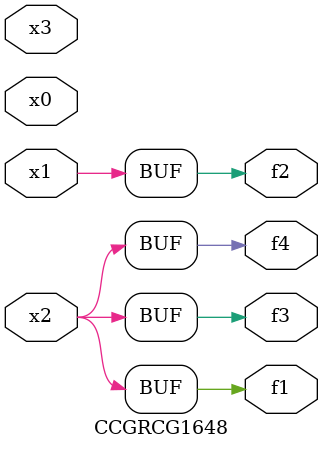
<source format=v>
module CCGRCG1648(
	input x0, x1, x2, x3,
	output f1, f2, f3, f4
);
	assign f1 = x2;
	assign f2 = x1;
	assign f3 = x2;
	assign f4 = x2;
endmodule

</source>
